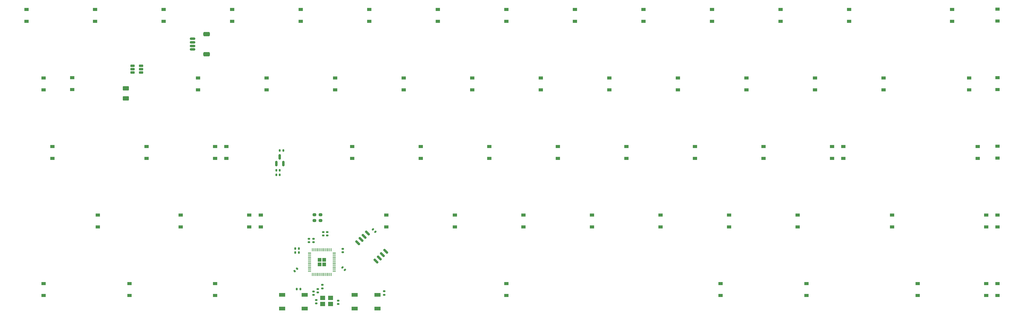
<source format=gbr>
%TF.GenerationSoftware,KiCad,Pcbnew,(6.0.8-1)-1*%
%TF.CreationDate,2022-12-25T10:37:34-08:00*%
%TF.ProjectId,bowiten65-rp2040,626f7769-7465-46e3-9635-2d7270323034,rev?*%
%TF.SameCoordinates,Original*%
%TF.FileFunction,Paste,Bot*%
%TF.FilePolarity,Positive*%
%FSLAX46Y46*%
G04 Gerber Fmt 4.6, Leading zero omitted, Abs format (unit mm)*
G04 Created by KiCad (PCBNEW (6.0.8-1)-1) date 2022-12-25 10:37:34*
%MOMM*%
%LPD*%
G01*
G04 APERTURE LIST*
G04 Aperture macros list*
%AMRoundRect*
0 Rectangle with rounded corners*
0 $1 Rounding radius*
0 $2 $3 $4 $5 $6 $7 $8 $9 X,Y pos of 4 corners*
0 Add a 4 corners polygon primitive as box body*
4,1,4,$2,$3,$4,$5,$6,$7,$8,$9,$2,$3,0*
0 Add four circle primitives for the rounded corners*
1,1,$1+$1,$2,$3*
1,1,$1+$1,$4,$5*
1,1,$1+$1,$6,$7*
1,1,$1+$1,$8,$9*
0 Add four rect primitives between the rounded corners*
20,1,$1+$1,$2,$3,$4,$5,0*
20,1,$1+$1,$4,$5,$6,$7,0*
20,1,$1+$1,$6,$7,$8,$9,0*
20,1,$1+$1,$8,$9,$2,$3,0*%
G04 Aperture macros list end*
%ADD10R,1.200000X0.900000*%
%ADD11RoundRect,0.140000X0.140000X0.170000X-0.140000X0.170000X-0.140000X-0.170000X0.140000X-0.170000X0*%
%ADD12RoundRect,0.140000X-0.219203X-0.021213X-0.021213X-0.219203X0.219203X0.021213X0.021213X0.219203X0*%
%ADD13R,1.700000X1.000000*%
%ADD14RoundRect,0.150000X0.150000X-0.587500X0.150000X0.587500X-0.150000X0.587500X-0.150000X-0.587500X0*%
%ADD15RoundRect,0.140000X-0.170000X0.140000X-0.170000X-0.140000X0.170000X-0.140000X0.170000X0.140000X0*%
%ADD16RoundRect,0.135000X-0.135000X-0.185000X0.135000X-0.185000X0.135000X0.185000X-0.135000X0.185000X0*%
%ADD17RoundRect,0.150000X0.475000X0.150000X-0.475000X0.150000X-0.475000X-0.150000X0.475000X-0.150000X0*%
%ADD18RoundRect,0.200000X-0.275000X0.200000X-0.275000X-0.200000X0.275000X-0.200000X0.275000X0.200000X0*%
%ADD19RoundRect,0.140000X-0.140000X-0.170000X0.140000X-0.170000X0.140000X0.170000X-0.140000X0.170000X0*%
%ADD20RoundRect,0.140000X0.170000X-0.140000X0.170000X0.140000X-0.170000X0.140000X-0.170000X-0.140000X0*%
%ADD21RoundRect,0.250000X0.292217X0.292217X-0.292217X0.292217X-0.292217X-0.292217X0.292217X-0.292217X0*%
%ADD22RoundRect,0.050000X0.387500X0.050000X-0.387500X0.050000X-0.387500X-0.050000X0.387500X-0.050000X0*%
%ADD23RoundRect,0.050000X0.050000X0.387500X-0.050000X0.387500X-0.050000X-0.387500X0.050000X-0.387500X0*%
%ADD24RoundRect,0.140000X-0.021213X0.219203X-0.219203X0.021213X0.021213X-0.219203X0.219203X-0.021213X0*%
%ADD25R,1.400000X1.200000*%
%ADD26RoundRect,0.135000X0.185000X-0.135000X0.185000X0.135000X-0.185000X0.135000X-0.185000X-0.135000X0*%
%ADD27RoundRect,0.150000X-0.625000X0.150000X-0.625000X-0.150000X0.625000X-0.150000X0.625000X0.150000X0*%
%ADD28RoundRect,0.250000X-0.650000X0.350000X-0.650000X-0.350000X0.650000X-0.350000X0.650000X0.350000X0*%
%ADD29RoundRect,0.150000X0.565685X-0.353553X-0.353553X0.565685X-0.565685X0.353553X0.353553X-0.565685X0*%
%ADD30RoundRect,0.250000X0.625000X-0.375000X0.625000X0.375000X-0.625000X0.375000X-0.625000X-0.375000X0*%
G04 APERTURE END LIST*
D10*
%TO.C,D19*%
X113536952Y-133474952D03*
X113536952Y-130174952D03*
%TD*%
%TO.C,D29*%
X308799452Y-133474952D03*
X308799452Y-130174952D03*
%TD*%
%TO.C,D46*%
X311180702Y-152524952D03*
X311180702Y-149224952D03*
%TD*%
%TO.C,D61*%
X316706250Y-171574952D03*
X316706250Y-168274952D03*
%TD*%
D11*
%TO.C,C9*%
X122501600Y-177647600D03*
X121541600Y-177647600D03*
%TD*%
D10*
%TO.C,D1*%
X46861952Y-114424952D03*
X46861952Y-111124952D03*
%TD*%
D12*
%TO.C,C10*%
X143085178Y-172295178D03*
X143764000Y-172974000D03*
%TD*%
D10*
%TO.C,D7*%
X161161952Y-114424952D03*
X161161952Y-111124952D03*
%TD*%
%TO.C,D65*%
X75436952Y-190624952D03*
X75436952Y-187324952D03*
%TD*%
D13*
%TO.C,SW2*%
X117881000Y-190510000D03*
X124181000Y-190510000D03*
X117881000Y-194310000D03*
X124181000Y-194310000D03*
%TD*%
D10*
%TO.C,D9*%
X199261952Y-114424952D03*
X199261952Y-111124952D03*
%TD*%
%TO.C,D72*%
X263555702Y-190624952D03*
X263555702Y-187324952D03*
%TD*%
D14*
%TO.C,U4*%
X118200000Y-153986500D03*
X116300000Y-153986500D03*
X117250000Y-152111500D03*
%TD*%
D10*
%TO.C,D45*%
X273843750Y-152524952D03*
X273843750Y-149224952D03*
%TD*%
D15*
%TO.C,C8*%
X126619000Y-189512000D03*
X126619000Y-190472000D03*
%TD*%
D10*
%TO.C,D13*%
X275461952Y-114424952D03*
X275461952Y-111124952D03*
%TD*%
%TO.C,D55*%
X204024452Y-171574952D03*
X204024452Y-168274952D03*
%TD*%
%TO.C,D8*%
X180211952Y-114424952D03*
X180211952Y-111124952D03*
%TD*%
%TO.C,D35*%
X102393750Y-152524952D03*
X102393750Y-149224952D03*
%TD*%
D16*
%TO.C,R1*%
X121918000Y-188854000D03*
X122938000Y-188854000D03*
%TD*%
D12*
%TO.C,C16*%
X134686989Y-182845389D03*
X135365811Y-183524211D03*
%TD*%
D10*
%TO.C,D32*%
X54005702Y-152524952D03*
X54005702Y-149224952D03*
%TD*%
%TO.C,D5*%
X123061952Y-114424952D03*
X123061952Y-111124952D03*
%TD*%
%TO.C,D20*%
X132586952Y-133474952D03*
X132586952Y-130174952D03*
%TD*%
D17*
%TO.C,U3*%
X78645000Y-126812000D03*
X78645000Y-127762000D03*
X78645000Y-128712000D03*
X76295000Y-128712000D03*
X76295000Y-127762000D03*
X76295000Y-126812000D03*
%TD*%
D18*
%TO.C,R2*%
X128524000Y-168212000D03*
X128524000Y-169862000D03*
%TD*%
D10*
%TO.C,D37*%
X156399452Y-152524952D03*
X156399452Y-149224952D03*
%TD*%
%TO.C,D17*%
X59531250Y-133412500D03*
X59531250Y-130112500D03*
%TD*%
%TO.C,D14*%
X304036952Y-114424952D03*
X304036952Y-111124952D03*
%TD*%
%TO.C,D56*%
X223074452Y-171574952D03*
X223074452Y-168274952D03*
%TD*%
%TO.C,D58*%
X261174452Y-171574952D03*
X261174452Y-168274952D03*
%TD*%
D19*
%TO.C,C17*%
X116262000Y-155843000D03*
X117222000Y-155843000D03*
%TD*%
D10*
%TO.C,D2*%
X65911952Y-114424952D03*
X65911952Y-111124952D03*
%TD*%
%TO.C,D38*%
X175449452Y-152524952D03*
X175449452Y-149224952D03*
%TD*%
D20*
%TO.C,C6*%
X130429000Y-173962000D03*
X130429000Y-173002000D03*
%TD*%
D10*
%TO.C,D75*%
X316706250Y-190624952D03*
X316706250Y-187324952D03*
%TD*%
D20*
%TO.C,C14*%
X134747000Y-178661000D03*
X134747000Y-177701000D03*
%TD*%
D10*
%TO.C,D11*%
X237361952Y-114424952D03*
X237361952Y-111124952D03*
%TD*%
%TO.C,D23*%
X189736952Y-133474952D03*
X189736952Y-130174952D03*
%TD*%
%TO.C,D3*%
X84961952Y-114424952D03*
X84961952Y-111124952D03*
%TD*%
%TO.C,D63*%
X51624452Y-190624952D03*
X51624452Y-187324952D03*
%TD*%
%TO.C,D33*%
X80199452Y-152524952D03*
X80199452Y-149224952D03*
%TD*%
%TO.C,D16*%
X51624452Y-133474952D03*
X51624452Y-130174952D03*
%TD*%
%TO.C,D41*%
X232599452Y-152524952D03*
X232599452Y-149224952D03*
%TD*%
%TO.C,D67*%
X99249452Y-190624952D03*
X99249452Y-187324952D03*
%TD*%
%TO.C,D70*%
X239743202Y-190624952D03*
X239743202Y-187324952D03*
%TD*%
D20*
%TO.C,C4*%
X127381000Y-192885000D03*
X127381000Y-191925000D03*
%TD*%
D10*
%TO.C,D47*%
X316706250Y-152462500D03*
X316706250Y-149162500D03*
%TD*%
%TO.C,D59*%
X287368202Y-171574952D03*
X287368202Y-168274952D03*
%TD*%
D21*
%TO.C,U1*%
X129542500Y-180718500D03*
X129542500Y-181993500D03*
X128267500Y-180718500D03*
X128267500Y-181993500D03*
D22*
X132342500Y-178756000D03*
X132342500Y-179156000D03*
X132342500Y-179556000D03*
X132342500Y-179956000D03*
X132342500Y-180356000D03*
X132342500Y-180756000D03*
X132342500Y-181156000D03*
X132342500Y-181556000D03*
X132342500Y-181956000D03*
X132342500Y-182356000D03*
X132342500Y-182756000D03*
X132342500Y-183156000D03*
X132342500Y-183556000D03*
X132342500Y-183956000D03*
D23*
X131505000Y-184793500D03*
X131105000Y-184793500D03*
X130705000Y-184793500D03*
X130305000Y-184793500D03*
X129905000Y-184793500D03*
X129505000Y-184793500D03*
X129105000Y-184793500D03*
X128705000Y-184793500D03*
X128305000Y-184793500D03*
X127905000Y-184793500D03*
X127505000Y-184793500D03*
X127105000Y-184793500D03*
X126705000Y-184793500D03*
X126305000Y-184793500D03*
D22*
X125467500Y-183956000D03*
X125467500Y-183556000D03*
X125467500Y-183156000D03*
X125467500Y-182756000D03*
X125467500Y-182356000D03*
X125467500Y-181956000D03*
X125467500Y-181556000D03*
X125467500Y-181156000D03*
X125467500Y-180756000D03*
X125467500Y-180356000D03*
X125467500Y-179956000D03*
X125467500Y-179556000D03*
X125467500Y-179156000D03*
X125467500Y-178756000D03*
D23*
X126305000Y-177918500D03*
X126705000Y-177918500D03*
X127105000Y-177918500D03*
X127505000Y-177918500D03*
X127905000Y-177918500D03*
X128305000Y-177918500D03*
X128705000Y-177918500D03*
X129105000Y-177918500D03*
X129505000Y-177918500D03*
X129905000Y-177918500D03*
X130305000Y-177918500D03*
X130705000Y-177918500D03*
X131105000Y-177918500D03*
X131505000Y-177918500D03*
%TD*%
D11*
%TO.C,C7*%
X122501600Y-178714400D03*
X121541600Y-178714400D03*
%TD*%
D19*
%TO.C,C1*%
X116262000Y-157113000D03*
X117222000Y-157113000D03*
%TD*%
D10*
%TO.C,D4*%
X104011952Y-114424952D03*
X104011952Y-111124952D03*
%TD*%
%TO.C,D52*%
X146874452Y-171574952D03*
X146874452Y-168274952D03*
%TD*%
%TO.C,D74*%
X313561952Y-190624952D03*
X313561952Y-187324952D03*
%TD*%
%TO.C,D53*%
X165924452Y-171574952D03*
X165924452Y-168274952D03*
%TD*%
%TO.C,D25*%
X227836952Y-133474952D03*
X227836952Y-130174952D03*
%TD*%
%TO.C,D73*%
X294511952Y-190624952D03*
X294511952Y-187324952D03*
%TD*%
D24*
%TO.C,C11*%
X122005411Y-183175589D03*
X121326589Y-183854411D03*
%TD*%
D10*
%TO.C,D28*%
X284986952Y-133474952D03*
X284986952Y-130174952D03*
%TD*%
%TO.C,D22*%
X170686952Y-133474952D03*
X170686952Y-130174952D03*
%TD*%
%TO.C,D26*%
X246886952Y-133474952D03*
X246886952Y-130174952D03*
%TD*%
%TO.C,D6*%
X142111952Y-114424952D03*
X142111952Y-111124952D03*
%TD*%
%TO.C,D43*%
X270699452Y-152524952D03*
X270699452Y-149224952D03*
%TD*%
D13*
%TO.C,SW1*%
X144374000Y-194310000D03*
X138074000Y-194310000D03*
X144374000Y-190510000D03*
X138074000Y-190510000D03*
%TD*%
D10*
%TO.C,D15*%
X316706250Y-114362500D03*
X316706250Y-111062500D03*
%TD*%
%TO.C,D27*%
X265936952Y-133474952D03*
X265936952Y-130174952D03*
%TD*%
D15*
%TO.C,C12*%
X127762000Y-188877000D03*
X127762000Y-189837000D03*
%TD*%
D10*
%TO.C,D51*%
X111918750Y-171574952D03*
X111918750Y-168274952D03*
%TD*%
D20*
%TO.C,C13*%
X129286000Y-173962000D03*
X129286000Y-173002000D03*
%TD*%
D10*
%TO.C,D48*%
X66675000Y-171574952D03*
X66675000Y-168274952D03*
%TD*%
%TO.C,D60*%
X313561952Y-171574952D03*
X313561952Y-168274952D03*
%TD*%
D25*
%TO.C,Y1*%
X129184400Y-191340000D03*
X131384400Y-191340000D03*
X131384400Y-193040000D03*
X129184400Y-193040000D03*
%TD*%
D20*
%TO.C,C5*%
X125349000Y-175867000D03*
X125349000Y-174907000D03*
%TD*%
%TO.C,C2*%
X126619000Y-175867000D03*
X126619000Y-174907000D03*
%TD*%
D10*
%TO.C,D40*%
X213549452Y-152524952D03*
X213549452Y-149224952D03*
%TD*%
%TO.C,D18*%
X94486952Y-133474952D03*
X94486952Y-130174952D03*
%TD*%
%TO.C,D57*%
X242124452Y-171574952D03*
X242124452Y-168274952D03*
%TD*%
D26*
%TO.C,R4*%
X146253200Y-190502000D03*
X146253200Y-189482000D03*
%TD*%
D27*
%TO.C,J1*%
X92996000Y-119277000D03*
X92996000Y-120277000D03*
X92996000Y-121277000D03*
X92996000Y-122277000D03*
D28*
X96871000Y-123577000D03*
X96871000Y-117977000D03*
%TD*%
D10*
%TO.C,D42*%
X251649452Y-152524952D03*
X251649452Y-149224952D03*
%TD*%
D19*
%TO.C,C15*%
X117249000Y-150368000D03*
X118209000Y-150368000D03*
%TD*%
D10*
%TO.C,D24*%
X208786952Y-133474952D03*
X208786952Y-130174952D03*
%TD*%
%TO.C,D12*%
X256411952Y-114424952D03*
X256411952Y-111124952D03*
%TD*%
D29*
%TO.C,U2*%
X146682212Y-178405135D03*
X145784186Y-179303161D03*
X144886161Y-180201186D03*
X143988135Y-181099212D03*
X138896966Y-176008043D03*
X139794992Y-175110017D03*
X140693017Y-174211992D03*
X141591043Y-173313966D03*
%TD*%
D15*
%TO.C,C3*%
X133477000Y-192079200D03*
X133477000Y-193039200D03*
%TD*%
D18*
%TO.C,R3*%
X126873000Y-168212000D03*
X126873000Y-169862000D03*
%TD*%
D30*
%TO.C,F1*%
X74422000Y-135893000D03*
X74422000Y-133093000D03*
%TD*%
D10*
%TO.C,D39*%
X194499452Y-152524952D03*
X194499452Y-149224952D03*
%TD*%
%TO.C,D69*%
X180211952Y-190624952D03*
X180211952Y-187324952D03*
%TD*%
%TO.C,D49*%
X89724452Y-171574952D03*
X89724452Y-168274952D03*
%TD*%
%TO.C,D21*%
X151636952Y-133474952D03*
X151636952Y-130174952D03*
%TD*%
%TO.C,D10*%
X218311952Y-114424952D03*
X218311952Y-111124952D03*
%TD*%
%TO.C,D54*%
X184974452Y-171574952D03*
X184974452Y-168274952D03*
%TD*%
D26*
%TO.C,R5*%
X129082800Y-188722000D03*
X129082800Y-187702000D03*
%TD*%
D10*
%TO.C,D36*%
X137349452Y-152524952D03*
X137349452Y-149224952D03*
%TD*%
%TO.C,D30*%
X316706250Y-133412500D03*
X316706250Y-130112500D03*
%TD*%
%TO.C,D34*%
X99249452Y-152524952D03*
X99249452Y-149224952D03*
%TD*%
%TO.C,D50*%
X108774452Y-171574952D03*
X108774452Y-168274952D03*
%TD*%
M02*

</source>
